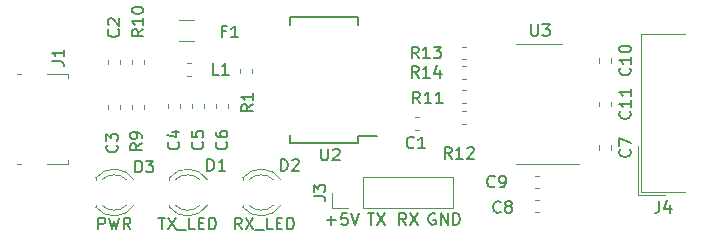
<source format=gbr>
G04 #@! TF.GenerationSoftware,KiCad,Pcbnew,5.1.5+dfsg1-2build2*
G04 #@! TF.CreationDate,2022-03-06T19:54:29+01:00*
G04 #@! TF.ProjectId,yusufitium-USB-RS232,79757375-6669-4746-9975-6d2d5553422d,rev?*
G04 #@! TF.SameCoordinates,Original*
G04 #@! TF.FileFunction,Legend,Top*
G04 #@! TF.FilePolarity,Positive*
%FSLAX46Y46*%
G04 Gerber Fmt 4.6, Leading zero omitted, Abs format (unit mm)*
G04 Created by KiCad (PCBNEW 5.1.5+dfsg1-2build2) date 2022-03-06 19:54:29*
%MOMM*%
%LPD*%
G04 APERTURE LIST*
%ADD10C,0.150000*%
%ADD11C,0.120000*%
G04 APERTURE END LIST*
D10*
X140668238Y-115546380D02*
X140334904Y-115070190D01*
X140096809Y-115546380D02*
X140096809Y-114546380D01*
X140477761Y-114546380D01*
X140573000Y-114594000D01*
X140620619Y-114641619D01*
X140668238Y-114736857D01*
X140668238Y-114879714D01*
X140620619Y-114974952D01*
X140573000Y-115022571D01*
X140477761Y-115070190D01*
X140096809Y-115070190D01*
X141001571Y-114546380D02*
X141668238Y-115546380D01*
X141668238Y-114546380D02*
X141001571Y-115546380D01*
X141811095Y-115641619D02*
X142573000Y-115641619D01*
X143287285Y-115546380D02*
X142811095Y-115546380D01*
X142811095Y-114546380D01*
X143620619Y-115022571D02*
X143953952Y-115022571D01*
X144096809Y-115546380D02*
X143620619Y-115546380D01*
X143620619Y-114546380D01*
X144096809Y-114546380D01*
X144525380Y-115546380D02*
X144525380Y-114546380D01*
X144763476Y-114546380D01*
X144906333Y-114594000D01*
X145001571Y-114689238D01*
X145049190Y-114784476D01*
X145096809Y-114974952D01*
X145096809Y-115117809D01*
X145049190Y-115308285D01*
X145001571Y-115403523D01*
X144906333Y-115498761D01*
X144763476Y-115546380D01*
X144525380Y-115546380D01*
X133596000Y-114546380D02*
X134167428Y-114546380D01*
X133881714Y-115546380D02*
X133881714Y-114546380D01*
X134405523Y-114546380D02*
X135072190Y-115546380D01*
X135072190Y-114546380D02*
X134405523Y-115546380D01*
X135215047Y-115641619D02*
X135976952Y-115641619D01*
X136691238Y-115546380D02*
X136215047Y-115546380D01*
X136215047Y-114546380D01*
X137024571Y-115022571D02*
X137357904Y-115022571D01*
X137500761Y-115546380D02*
X137024571Y-115546380D01*
X137024571Y-114546380D01*
X137500761Y-114546380D01*
X137929333Y-115546380D02*
X137929333Y-114546380D01*
X138167428Y-114546380D01*
X138310285Y-114594000D01*
X138405523Y-114689238D01*
X138453142Y-114784476D01*
X138500761Y-114974952D01*
X138500761Y-115117809D01*
X138453142Y-115308285D01*
X138405523Y-115403523D01*
X138310285Y-115498761D01*
X138167428Y-115546380D01*
X137929333Y-115546380D01*
X128539666Y-115546380D02*
X128539666Y-114546380D01*
X128920619Y-114546380D01*
X129015857Y-114594000D01*
X129063476Y-114641619D01*
X129111095Y-114736857D01*
X129111095Y-114879714D01*
X129063476Y-114974952D01*
X129015857Y-115022571D01*
X128920619Y-115070190D01*
X128539666Y-115070190D01*
X129444428Y-114546380D02*
X129682523Y-115546380D01*
X129873000Y-114832095D01*
X130063476Y-115546380D01*
X130301571Y-114546380D01*
X131253952Y-115546380D02*
X130920619Y-115070190D01*
X130682523Y-115546380D02*
X130682523Y-114546380D01*
X131063476Y-114546380D01*
X131158714Y-114594000D01*
X131206333Y-114641619D01*
X131253952Y-114736857D01*
X131253952Y-114879714D01*
X131206333Y-114974952D01*
X131158714Y-115022571D01*
X131063476Y-115070190D01*
X130682523Y-115070190D01*
X147891285Y-114784428D02*
X148653190Y-114784428D01*
X148272238Y-115165380D02*
X148272238Y-114403476D01*
X149605571Y-114165380D02*
X149129380Y-114165380D01*
X149081761Y-114641571D01*
X149129380Y-114593952D01*
X149224619Y-114546333D01*
X149462714Y-114546333D01*
X149557952Y-114593952D01*
X149605571Y-114641571D01*
X149653190Y-114736809D01*
X149653190Y-114974904D01*
X149605571Y-115070142D01*
X149557952Y-115117761D01*
X149462714Y-115165380D01*
X149224619Y-115165380D01*
X149129380Y-115117761D01*
X149081761Y-115070142D01*
X149938904Y-114165380D02*
X150272238Y-115165380D01*
X150605571Y-114165380D01*
X157051095Y-114213000D02*
X156955857Y-114165380D01*
X156813000Y-114165380D01*
X156670142Y-114213000D01*
X156574904Y-114308238D01*
X156527285Y-114403476D01*
X156479666Y-114593952D01*
X156479666Y-114736809D01*
X156527285Y-114927285D01*
X156574904Y-115022523D01*
X156670142Y-115117761D01*
X156813000Y-115165380D01*
X156908238Y-115165380D01*
X157051095Y-115117761D01*
X157098714Y-115070142D01*
X157098714Y-114736809D01*
X156908238Y-114736809D01*
X157527285Y-115165380D02*
X157527285Y-114165380D01*
X158098714Y-115165380D01*
X158098714Y-114165380D01*
X158574904Y-115165380D02*
X158574904Y-114165380D01*
X158813000Y-114165380D01*
X158955857Y-114213000D01*
X159051095Y-114308238D01*
X159098714Y-114403476D01*
X159146333Y-114593952D01*
X159146333Y-114736809D01*
X159098714Y-114927285D01*
X159051095Y-115022523D01*
X158955857Y-115117761D01*
X158813000Y-115165380D01*
X158574904Y-115165380D01*
X154598333Y-115165380D02*
X154265000Y-114689190D01*
X154026904Y-115165380D02*
X154026904Y-114165380D01*
X154407857Y-114165380D01*
X154503095Y-114213000D01*
X154550714Y-114260619D01*
X154598333Y-114355857D01*
X154598333Y-114498714D01*
X154550714Y-114593952D01*
X154503095Y-114641571D01*
X154407857Y-114689190D01*
X154026904Y-114689190D01*
X154931666Y-114165380D02*
X155598333Y-115165380D01*
X155598333Y-114165380D02*
X154931666Y-115165380D01*
X151336095Y-114165380D02*
X151907523Y-114165380D01*
X151621809Y-115165380D02*
X151621809Y-114165380D01*
X152145619Y-114165380D02*
X152812285Y-115165380D01*
X152812285Y-114165380D02*
X152145619Y-115165380D01*
D11*
X165814000Y-99874000D02*
X163864000Y-99874000D01*
X165814000Y-99874000D02*
X167764000Y-99874000D01*
X165814000Y-109994000D02*
X163864000Y-109994000D01*
X165814000Y-109994000D02*
X169264000Y-109994000D01*
X170892000Y-101422267D02*
X170892000Y-101079733D01*
X171912000Y-101422267D02*
X171912000Y-101079733D01*
X165844267Y-114080000D02*
X165501733Y-114080000D01*
X165844267Y-113060000D02*
X165501733Y-113060000D01*
X171912000Y-105091267D02*
X171912000Y-104748733D01*
X170892000Y-105091267D02*
X170892000Y-104748733D01*
X165515733Y-112048000D02*
X165858267Y-112048000D01*
X165515733Y-111028000D02*
X165858267Y-111028000D01*
X170892000Y-108788267D02*
X170892000Y-108445733D01*
X171912000Y-108788267D02*
X171912000Y-108445733D01*
X158593000Y-113757000D02*
X158593000Y-111097000D01*
X150913000Y-113757000D02*
X158593000Y-113757000D01*
X150913000Y-111097000D02*
X158593000Y-111097000D01*
X150913000Y-113757000D02*
X150913000Y-111097000D01*
X149643000Y-113757000D02*
X148313000Y-113757000D01*
X148313000Y-113757000D02*
X148313000Y-112427000D01*
X125995000Y-110014000D02*
X125995000Y-109634000D01*
X121945000Y-110014000D02*
X121685000Y-110014000D01*
X125995000Y-110014000D02*
X124225000Y-110014000D01*
X125995000Y-102394000D02*
X125995000Y-102774000D01*
X124225000Y-102394000D02*
X125995000Y-102394000D01*
X121685000Y-102394000D02*
X121945000Y-102394000D01*
X155355733Y-107095000D02*
X155698267Y-107095000D01*
X155355733Y-106075000D02*
X155698267Y-106075000D01*
X130383000Y-101549267D02*
X130383000Y-101206733D01*
X129363000Y-101549267D02*
X129363000Y-101206733D01*
X130383000Y-105016733D02*
X130383000Y-105359267D01*
X129363000Y-105016733D02*
X129363000Y-105359267D01*
X134443000Y-104903733D02*
X134443000Y-105246267D01*
X135463000Y-104903733D02*
X135463000Y-105246267D01*
X137495000Y-104903733D02*
X137495000Y-105246267D01*
X136475000Y-104903733D02*
X136475000Y-105246267D01*
X138507000Y-104903733D02*
X138507000Y-105246267D01*
X139527000Y-104903733D02*
X139527000Y-105246267D01*
X137768335Y-111348392D02*
G75*
G03X134536000Y-111191484I-1672335J-1078608D01*
G01*
X137768335Y-113505608D02*
G75*
G02X134536000Y-113662516I-1672335J1078608D01*
G01*
X137137130Y-111347163D02*
G75*
G03X135055039Y-111347000I-1041130J-1079837D01*
G01*
X137137130Y-113506837D02*
G75*
G02X135055039Y-113507000I-1041130J1079837D01*
G01*
X134536000Y-111191000D02*
X134536000Y-111347000D01*
X134536000Y-113507000D02*
X134536000Y-113663000D01*
X140759000Y-113507000D02*
X140759000Y-113663000D01*
X140759000Y-111191000D02*
X140759000Y-111347000D01*
X143360130Y-113506837D02*
G75*
G02X141278039Y-113507000I-1041130J1079837D01*
G01*
X143360130Y-111347163D02*
G75*
G03X141278039Y-111347000I-1041130J-1079837D01*
G01*
X143991335Y-113505608D02*
G75*
G02X140759000Y-113662516I-1672335J1078608D01*
G01*
X143991335Y-111348392D02*
G75*
G03X140759000Y-111191484I-1672335J-1078608D01*
G01*
X131545335Y-111348392D02*
G75*
G03X128313000Y-111191484I-1672335J-1078608D01*
G01*
X131545335Y-113505608D02*
G75*
G02X128313000Y-113662516I-1672335J1078608D01*
G01*
X130914130Y-111347163D02*
G75*
G03X128832039Y-111347000I-1041130J-1079837D01*
G01*
X130914130Y-113506837D02*
G75*
G02X128832039Y-113507000I-1041130J1079837D01*
G01*
X128313000Y-111191000D02*
X128313000Y-111347000D01*
X128313000Y-113507000D02*
X128313000Y-113663000D01*
X136607564Y-99621000D02*
X135403436Y-99621000D01*
X136607564Y-97801000D02*
X135403436Y-97801000D01*
X178224000Y-98972667D02*
X174484000Y-98972667D01*
X174484000Y-98972667D02*
X174484000Y-112419333D01*
X174484000Y-112419333D02*
X178224000Y-112419333D01*
X176484000Y-112659333D02*
X174244000Y-112659333D01*
X174244000Y-112659333D02*
X174244000Y-108466000D01*
X140539000Y-101968733D02*
X140539000Y-102311267D01*
X141559000Y-101968733D02*
X141559000Y-102311267D01*
X132415000Y-105359267D02*
X132415000Y-105016733D01*
X131395000Y-105359267D02*
X131395000Y-105016733D01*
X132415000Y-101220733D02*
X132415000Y-101563267D01*
X131395000Y-101220733D02*
X131395000Y-101563267D01*
X159635267Y-104809000D02*
X159292733Y-104809000D01*
X159635267Y-103789000D02*
X159292733Y-103789000D01*
X159292733Y-105567000D02*
X159635267Y-105567000D01*
X159292733Y-106587000D02*
X159635267Y-106587000D01*
X159635267Y-100106000D02*
X159292733Y-100106000D01*
X159635267Y-101126000D02*
X159292733Y-101126000D01*
X159292733Y-101757000D02*
X159635267Y-101757000D01*
X159292733Y-102777000D02*
X159635267Y-102777000D01*
D10*
X150528000Y-108227000D02*
X150528000Y-107652000D01*
X144778000Y-108227000D02*
X144778000Y-107577000D01*
X144778000Y-97577000D02*
X144778000Y-98227000D01*
X150528000Y-97577000D02*
X150528000Y-98227000D01*
X150528000Y-108227000D02*
X144778000Y-108227000D01*
X150528000Y-97577000D02*
X144778000Y-97577000D01*
X150528000Y-107652000D02*
X152128000Y-107652000D01*
D11*
X136060221Y-101503000D02*
X136385779Y-101503000D01*
X136060221Y-102523000D02*
X136385779Y-102523000D01*
D10*
X165179095Y-98163380D02*
X165179095Y-98972904D01*
X165226714Y-99068142D01*
X165274333Y-99115761D01*
X165369571Y-99163380D01*
X165560047Y-99163380D01*
X165655285Y-99115761D01*
X165702904Y-99068142D01*
X165750523Y-98972904D01*
X165750523Y-98163380D01*
X166131476Y-98163380D02*
X166750523Y-98163380D01*
X166417190Y-98544333D01*
X166560047Y-98544333D01*
X166655285Y-98591952D01*
X166702904Y-98639571D01*
X166750523Y-98734809D01*
X166750523Y-98972904D01*
X166702904Y-99068142D01*
X166655285Y-99115761D01*
X166560047Y-99163380D01*
X166274333Y-99163380D01*
X166179095Y-99115761D01*
X166131476Y-99068142D01*
X173537142Y-101893857D02*
X173584761Y-101941476D01*
X173632380Y-102084333D01*
X173632380Y-102179571D01*
X173584761Y-102322428D01*
X173489523Y-102417666D01*
X173394285Y-102465285D01*
X173203809Y-102512904D01*
X173060952Y-102512904D01*
X172870476Y-102465285D01*
X172775238Y-102417666D01*
X172680000Y-102322428D01*
X172632380Y-102179571D01*
X172632380Y-102084333D01*
X172680000Y-101941476D01*
X172727619Y-101893857D01*
X173632380Y-100941476D02*
X173632380Y-101512904D01*
X173632380Y-101227190D02*
X172632380Y-101227190D01*
X172775238Y-101322428D01*
X172870476Y-101417666D01*
X172918095Y-101512904D01*
X172632380Y-100322428D02*
X172632380Y-100227190D01*
X172680000Y-100131952D01*
X172727619Y-100084333D01*
X172822857Y-100036714D01*
X173013333Y-99989095D01*
X173251428Y-99989095D01*
X173441904Y-100036714D01*
X173537142Y-100084333D01*
X173584761Y-100131952D01*
X173632380Y-100227190D01*
X173632380Y-100322428D01*
X173584761Y-100417666D01*
X173537142Y-100465285D01*
X173441904Y-100512904D01*
X173251428Y-100560523D01*
X173013333Y-100560523D01*
X172822857Y-100512904D01*
X172727619Y-100465285D01*
X172680000Y-100417666D01*
X172632380Y-100322428D01*
X162599333Y-114054142D02*
X162551714Y-114101761D01*
X162408857Y-114149380D01*
X162313619Y-114149380D01*
X162170761Y-114101761D01*
X162075523Y-114006523D01*
X162027904Y-113911285D01*
X161980285Y-113720809D01*
X161980285Y-113577952D01*
X162027904Y-113387476D01*
X162075523Y-113292238D01*
X162170761Y-113197000D01*
X162313619Y-113149380D01*
X162408857Y-113149380D01*
X162551714Y-113197000D01*
X162599333Y-113244619D01*
X163170761Y-113577952D02*
X163075523Y-113530333D01*
X163027904Y-113482714D01*
X162980285Y-113387476D01*
X162980285Y-113339857D01*
X163027904Y-113244619D01*
X163075523Y-113197000D01*
X163170761Y-113149380D01*
X163361238Y-113149380D01*
X163456476Y-113197000D01*
X163504095Y-113244619D01*
X163551714Y-113339857D01*
X163551714Y-113387476D01*
X163504095Y-113482714D01*
X163456476Y-113530333D01*
X163361238Y-113577952D01*
X163170761Y-113577952D01*
X163075523Y-113625571D01*
X163027904Y-113673190D01*
X162980285Y-113768428D01*
X162980285Y-113958904D01*
X163027904Y-114054142D01*
X163075523Y-114101761D01*
X163170761Y-114149380D01*
X163361238Y-114149380D01*
X163456476Y-114101761D01*
X163504095Y-114054142D01*
X163551714Y-113958904D01*
X163551714Y-113768428D01*
X163504095Y-113673190D01*
X163456476Y-113625571D01*
X163361238Y-113577952D01*
X173537142Y-105562857D02*
X173584761Y-105610476D01*
X173632380Y-105753333D01*
X173632380Y-105848571D01*
X173584761Y-105991428D01*
X173489523Y-106086666D01*
X173394285Y-106134285D01*
X173203809Y-106181904D01*
X173060952Y-106181904D01*
X172870476Y-106134285D01*
X172775238Y-106086666D01*
X172680000Y-105991428D01*
X172632380Y-105848571D01*
X172632380Y-105753333D01*
X172680000Y-105610476D01*
X172727619Y-105562857D01*
X173632380Y-104610476D02*
X173632380Y-105181904D01*
X173632380Y-104896190D02*
X172632380Y-104896190D01*
X172775238Y-104991428D01*
X172870476Y-105086666D01*
X172918095Y-105181904D01*
X173632380Y-103658095D02*
X173632380Y-104229523D01*
X173632380Y-103943809D02*
X172632380Y-103943809D01*
X172775238Y-104039047D01*
X172870476Y-104134285D01*
X172918095Y-104229523D01*
X162091333Y-111895142D02*
X162043714Y-111942761D01*
X161900857Y-111990380D01*
X161805619Y-111990380D01*
X161662761Y-111942761D01*
X161567523Y-111847523D01*
X161519904Y-111752285D01*
X161472285Y-111561809D01*
X161472285Y-111418952D01*
X161519904Y-111228476D01*
X161567523Y-111133238D01*
X161662761Y-111038000D01*
X161805619Y-110990380D01*
X161900857Y-110990380D01*
X162043714Y-111038000D01*
X162091333Y-111085619D01*
X162567523Y-111990380D02*
X162758000Y-111990380D01*
X162853238Y-111942761D01*
X162900857Y-111895142D01*
X162996095Y-111752285D01*
X163043714Y-111561809D01*
X163043714Y-111180857D01*
X162996095Y-111085619D01*
X162948476Y-111038000D01*
X162853238Y-110990380D01*
X162662761Y-110990380D01*
X162567523Y-111038000D01*
X162519904Y-111085619D01*
X162472285Y-111180857D01*
X162472285Y-111418952D01*
X162519904Y-111514190D01*
X162567523Y-111561809D01*
X162662761Y-111609428D01*
X162853238Y-111609428D01*
X162948476Y-111561809D01*
X162996095Y-111514190D01*
X163043714Y-111418952D01*
X173537142Y-108783666D02*
X173584761Y-108831285D01*
X173632380Y-108974142D01*
X173632380Y-109069380D01*
X173584761Y-109212238D01*
X173489523Y-109307476D01*
X173394285Y-109355095D01*
X173203809Y-109402714D01*
X173060952Y-109402714D01*
X172870476Y-109355095D01*
X172775238Y-109307476D01*
X172680000Y-109212238D01*
X172632380Y-109069380D01*
X172632380Y-108974142D01*
X172680000Y-108831285D01*
X172727619Y-108783666D01*
X172632380Y-108450333D02*
X172632380Y-107783666D01*
X173632380Y-108212238D01*
X146765380Y-112760333D02*
X147479666Y-112760333D01*
X147622523Y-112807952D01*
X147717761Y-112903190D01*
X147765380Y-113046047D01*
X147765380Y-113141285D01*
X146765380Y-112379380D02*
X146765380Y-111760333D01*
X147146333Y-112093666D01*
X147146333Y-111950809D01*
X147193952Y-111855571D01*
X147241571Y-111807952D01*
X147336809Y-111760333D01*
X147574904Y-111760333D01*
X147670142Y-111807952D01*
X147717761Y-111855571D01*
X147765380Y-111950809D01*
X147765380Y-112236523D01*
X147717761Y-112331761D01*
X147670142Y-112379380D01*
X124604380Y-101330333D02*
X125318666Y-101330333D01*
X125461523Y-101377952D01*
X125556761Y-101473190D01*
X125604380Y-101616047D01*
X125604380Y-101711285D01*
X125604380Y-100330333D02*
X125604380Y-100901761D01*
X125604380Y-100616047D02*
X124604380Y-100616047D01*
X124747238Y-100711285D01*
X124842476Y-100806523D01*
X124890095Y-100901761D01*
X155247333Y-108593142D02*
X155199714Y-108640761D01*
X155056857Y-108688380D01*
X154961619Y-108688380D01*
X154818761Y-108640761D01*
X154723523Y-108545523D01*
X154675904Y-108450285D01*
X154628285Y-108259809D01*
X154628285Y-108116952D01*
X154675904Y-107926476D01*
X154723523Y-107831238D01*
X154818761Y-107736000D01*
X154961619Y-107688380D01*
X155056857Y-107688380D01*
X155199714Y-107736000D01*
X155247333Y-107783619D01*
X156199714Y-108688380D02*
X155628285Y-108688380D01*
X155914000Y-108688380D02*
X155914000Y-107688380D01*
X155818761Y-107831238D01*
X155723523Y-107926476D01*
X155628285Y-107974095D01*
X130230142Y-98623666D02*
X130277761Y-98671285D01*
X130325380Y-98814142D01*
X130325380Y-98909380D01*
X130277761Y-99052238D01*
X130182523Y-99147476D01*
X130087285Y-99195095D01*
X129896809Y-99242714D01*
X129753952Y-99242714D01*
X129563476Y-99195095D01*
X129468238Y-99147476D01*
X129373000Y-99052238D01*
X129325380Y-98909380D01*
X129325380Y-98814142D01*
X129373000Y-98671285D01*
X129420619Y-98623666D01*
X129420619Y-98242714D02*
X129373000Y-98195095D01*
X129325380Y-98099857D01*
X129325380Y-97861761D01*
X129373000Y-97766523D01*
X129420619Y-97718904D01*
X129515857Y-97671285D01*
X129611095Y-97671285D01*
X129753952Y-97718904D01*
X130325380Y-98290333D01*
X130325380Y-97671285D01*
X130103142Y-108402666D02*
X130150761Y-108450285D01*
X130198380Y-108593142D01*
X130198380Y-108688380D01*
X130150761Y-108831238D01*
X130055523Y-108926476D01*
X129960285Y-108974095D01*
X129769809Y-109021714D01*
X129626952Y-109021714D01*
X129436476Y-108974095D01*
X129341238Y-108926476D01*
X129246000Y-108831238D01*
X129198380Y-108688380D01*
X129198380Y-108593142D01*
X129246000Y-108450285D01*
X129293619Y-108402666D01*
X129198380Y-108069333D02*
X129198380Y-107450285D01*
X129579333Y-107783619D01*
X129579333Y-107640761D01*
X129626952Y-107545523D01*
X129674571Y-107497904D01*
X129769809Y-107450285D01*
X130007904Y-107450285D01*
X130103142Y-107497904D01*
X130150761Y-107545523D01*
X130198380Y-107640761D01*
X130198380Y-107926476D01*
X130150761Y-108021714D01*
X130103142Y-108069333D01*
X135310142Y-108148666D02*
X135357761Y-108196285D01*
X135405380Y-108339142D01*
X135405380Y-108434380D01*
X135357761Y-108577238D01*
X135262523Y-108672476D01*
X135167285Y-108720095D01*
X134976809Y-108767714D01*
X134833952Y-108767714D01*
X134643476Y-108720095D01*
X134548238Y-108672476D01*
X134453000Y-108577238D01*
X134405380Y-108434380D01*
X134405380Y-108339142D01*
X134453000Y-108196285D01*
X134500619Y-108148666D01*
X134738714Y-107291523D02*
X135405380Y-107291523D01*
X134357761Y-107529619D02*
X135072047Y-107767714D01*
X135072047Y-107148666D01*
X137342142Y-108148666D02*
X137389761Y-108196285D01*
X137437380Y-108339142D01*
X137437380Y-108434380D01*
X137389761Y-108577238D01*
X137294523Y-108672476D01*
X137199285Y-108720095D01*
X137008809Y-108767714D01*
X136865952Y-108767714D01*
X136675476Y-108720095D01*
X136580238Y-108672476D01*
X136485000Y-108577238D01*
X136437380Y-108434380D01*
X136437380Y-108339142D01*
X136485000Y-108196285D01*
X136532619Y-108148666D01*
X136437380Y-107243904D02*
X136437380Y-107720095D01*
X136913571Y-107767714D01*
X136865952Y-107720095D01*
X136818333Y-107624857D01*
X136818333Y-107386761D01*
X136865952Y-107291523D01*
X136913571Y-107243904D01*
X137008809Y-107196285D01*
X137246904Y-107196285D01*
X137342142Y-107243904D01*
X137389761Y-107291523D01*
X137437380Y-107386761D01*
X137437380Y-107624857D01*
X137389761Y-107720095D01*
X137342142Y-107767714D01*
X139374142Y-108148666D02*
X139421761Y-108196285D01*
X139469380Y-108339142D01*
X139469380Y-108434380D01*
X139421761Y-108577238D01*
X139326523Y-108672476D01*
X139231285Y-108720095D01*
X139040809Y-108767714D01*
X138897952Y-108767714D01*
X138707476Y-108720095D01*
X138612238Y-108672476D01*
X138517000Y-108577238D01*
X138469380Y-108434380D01*
X138469380Y-108339142D01*
X138517000Y-108196285D01*
X138564619Y-108148666D01*
X138469380Y-107291523D02*
X138469380Y-107482000D01*
X138517000Y-107577238D01*
X138564619Y-107624857D01*
X138707476Y-107720095D01*
X138897952Y-107767714D01*
X139278904Y-107767714D01*
X139374142Y-107720095D01*
X139421761Y-107672476D01*
X139469380Y-107577238D01*
X139469380Y-107386761D01*
X139421761Y-107291523D01*
X139374142Y-107243904D01*
X139278904Y-107196285D01*
X139040809Y-107196285D01*
X138945571Y-107243904D01*
X138897952Y-107291523D01*
X138850333Y-107386761D01*
X138850333Y-107577238D01*
X138897952Y-107672476D01*
X138945571Y-107720095D01*
X139040809Y-107767714D01*
X137770904Y-110593380D02*
X137770904Y-109593380D01*
X138009000Y-109593380D01*
X138151857Y-109641000D01*
X138247095Y-109736238D01*
X138294714Y-109831476D01*
X138342333Y-110021952D01*
X138342333Y-110164809D01*
X138294714Y-110355285D01*
X138247095Y-110450523D01*
X138151857Y-110545761D01*
X138009000Y-110593380D01*
X137770904Y-110593380D01*
X139294714Y-110593380D02*
X138723285Y-110593380D01*
X139009000Y-110593380D02*
X139009000Y-109593380D01*
X138913761Y-109736238D01*
X138818523Y-109831476D01*
X138723285Y-109879095D01*
X143993904Y-110593380D02*
X143993904Y-109593380D01*
X144232000Y-109593380D01*
X144374857Y-109641000D01*
X144470095Y-109736238D01*
X144517714Y-109831476D01*
X144565333Y-110021952D01*
X144565333Y-110164809D01*
X144517714Y-110355285D01*
X144470095Y-110450523D01*
X144374857Y-110545761D01*
X144232000Y-110593380D01*
X143993904Y-110593380D01*
X144946285Y-109688619D02*
X144993904Y-109641000D01*
X145089142Y-109593380D01*
X145327238Y-109593380D01*
X145422476Y-109641000D01*
X145470095Y-109688619D01*
X145517714Y-109783857D01*
X145517714Y-109879095D01*
X145470095Y-110021952D01*
X144898666Y-110593380D01*
X145517714Y-110593380D01*
X131674904Y-110720380D02*
X131674904Y-109720380D01*
X131913000Y-109720380D01*
X132055857Y-109768000D01*
X132151095Y-109863238D01*
X132198714Y-109958476D01*
X132246333Y-110148952D01*
X132246333Y-110291809D01*
X132198714Y-110482285D01*
X132151095Y-110577523D01*
X132055857Y-110672761D01*
X131913000Y-110720380D01*
X131674904Y-110720380D01*
X132579666Y-109720380D02*
X133198714Y-109720380D01*
X132865380Y-110101333D01*
X133008238Y-110101333D01*
X133103476Y-110148952D01*
X133151095Y-110196571D01*
X133198714Y-110291809D01*
X133198714Y-110529904D01*
X133151095Y-110625142D01*
X133103476Y-110672761D01*
X133008238Y-110720380D01*
X132722523Y-110720380D01*
X132627285Y-110672761D01*
X132579666Y-110625142D01*
X139318666Y-98766571D02*
X138985333Y-98766571D01*
X138985333Y-99290380D02*
X138985333Y-98290380D01*
X139461523Y-98290380D01*
X140366285Y-99290380D02*
X139794857Y-99290380D01*
X140080571Y-99290380D02*
X140080571Y-98290380D01*
X139985333Y-98433238D01*
X139890095Y-98528476D01*
X139794857Y-98576095D01*
X176021666Y-113149380D02*
X176021666Y-113863666D01*
X175974047Y-114006523D01*
X175878809Y-114101761D01*
X175735952Y-114149380D01*
X175640714Y-114149380D01*
X176926428Y-113482714D02*
X176926428Y-114149380D01*
X176688333Y-113101761D02*
X176450238Y-113816047D01*
X177069285Y-113816047D01*
X141628380Y-104973666D02*
X141152190Y-105307000D01*
X141628380Y-105545095D02*
X140628380Y-105545095D01*
X140628380Y-105164142D01*
X140676000Y-105068904D01*
X140723619Y-105021285D01*
X140818857Y-104973666D01*
X140961714Y-104973666D01*
X141056952Y-105021285D01*
X141104571Y-105068904D01*
X141152190Y-105164142D01*
X141152190Y-105545095D01*
X141628380Y-104021285D02*
X141628380Y-104592714D01*
X141628380Y-104307000D02*
X140628380Y-104307000D01*
X140771238Y-104402238D01*
X140866476Y-104497476D01*
X140914095Y-104592714D01*
X132230380Y-108275666D02*
X131754190Y-108609000D01*
X132230380Y-108847095D02*
X131230380Y-108847095D01*
X131230380Y-108466142D01*
X131278000Y-108370904D01*
X131325619Y-108323285D01*
X131420857Y-108275666D01*
X131563714Y-108275666D01*
X131658952Y-108323285D01*
X131706571Y-108370904D01*
X131754190Y-108466142D01*
X131754190Y-108847095D01*
X132230380Y-107799476D02*
X132230380Y-107609000D01*
X132182761Y-107513761D01*
X132135142Y-107466142D01*
X131992285Y-107370904D01*
X131801809Y-107323285D01*
X131420857Y-107323285D01*
X131325619Y-107370904D01*
X131278000Y-107418523D01*
X131230380Y-107513761D01*
X131230380Y-107704238D01*
X131278000Y-107799476D01*
X131325619Y-107847095D01*
X131420857Y-107894714D01*
X131658952Y-107894714D01*
X131754190Y-107847095D01*
X131801809Y-107799476D01*
X131849428Y-107704238D01*
X131849428Y-107513761D01*
X131801809Y-107418523D01*
X131754190Y-107370904D01*
X131658952Y-107323285D01*
X132357380Y-98605857D02*
X131881190Y-98939190D01*
X132357380Y-99177285D02*
X131357380Y-99177285D01*
X131357380Y-98796333D01*
X131405000Y-98701095D01*
X131452619Y-98653476D01*
X131547857Y-98605857D01*
X131690714Y-98605857D01*
X131785952Y-98653476D01*
X131833571Y-98701095D01*
X131881190Y-98796333D01*
X131881190Y-99177285D01*
X132357380Y-97653476D02*
X132357380Y-98224904D01*
X132357380Y-97939190D02*
X131357380Y-97939190D01*
X131500238Y-98034428D01*
X131595476Y-98129666D01*
X131643095Y-98224904D01*
X131357380Y-97034428D02*
X131357380Y-96939190D01*
X131405000Y-96843952D01*
X131452619Y-96796333D01*
X131547857Y-96748714D01*
X131738333Y-96701095D01*
X131976428Y-96701095D01*
X132166904Y-96748714D01*
X132262142Y-96796333D01*
X132309761Y-96843952D01*
X132357380Y-96939190D01*
X132357380Y-97034428D01*
X132309761Y-97129666D01*
X132262142Y-97177285D01*
X132166904Y-97224904D01*
X131976428Y-97272523D01*
X131738333Y-97272523D01*
X131547857Y-97224904D01*
X131452619Y-97177285D01*
X131405000Y-97129666D01*
X131357380Y-97034428D01*
X155773142Y-104878380D02*
X155439809Y-104402190D01*
X155201714Y-104878380D02*
X155201714Y-103878380D01*
X155582666Y-103878380D01*
X155677904Y-103926000D01*
X155725523Y-103973619D01*
X155773142Y-104068857D01*
X155773142Y-104211714D01*
X155725523Y-104306952D01*
X155677904Y-104354571D01*
X155582666Y-104402190D01*
X155201714Y-104402190D01*
X156725523Y-104878380D02*
X156154095Y-104878380D01*
X156439809Y-104878380D02*
X156439809Y-103878380D01*
X156344571Y-104021238D01*
X156249333Y-104116476D01*
X156154095Y-104164095D01*
X157677904Y-104878380D02*
X157106476Y-104878380D01*
X157392190Y-104878380D02*
X157392190Y-103878380D01*
X157296952Y-104021238D01*
X157201714Y-104116476D01*
X157106476Y-104164095D01*
X158440142Y-109577380D02*
X158106809Y-109101190D01*
X157868714Y-109577380D02*
X157868714Y-108577380D01*
X158249666Y-108577380D01*
X158344904Y-108625000D01*
X158392523Y-108672619D01*
X158440142Y-108767857D01*
X158440142Y-108910714D01*
X158392523Y-109005952D01*
X158344904Y-109053571D01*
X158249666Y-109101190D01*
X157868714Y-109101190D01*
X159392523Y-109577380D02*
X158821095Y-109577380D01*
X159106809Y-109577380D02*
X159106809Y-108577380D01*
X159011571Y-108720238D01*
X158916333Y-108815476D01*
X158821095Y-108863095D01*
X159773476Y-108672619D02*
X159821095Y-108625000D01*
X159916333Y-108577380D01*
X160154428Y-108577380D01*
X160249666Y-108625000D01*
X160297285Y-108672619D01*
X160344904Y-108767857D01*
X160344904Y-108863095D01*
X160297285Y-109005952D01*
X159725857Y-109577380D01*
X160344904Y-109577380D01*
X155646142Y-101068380D02*
X155312809Y-100592190D01*
X155074714Y-101068380D02*
X155074714Y-100068380D01*
X155455666Y-100068380D01*
X155550904Y-100116000D01*
X155598523Y-100163619D01*
X155646142Y-100258857D01*
X155646142Y-100401714D01*
X155598523Y-100496952D01*
X155550904Y-100544571D01*
X155455666Y-100592190D01*
X155074714Y-100592190D01*
X156598523Y-101068380D02*
X156027095Y-101068380D01*
X156312809Y-101068380D02*
X156312809Y-100068380D01*
X156217571Y-100211238D01*
X156122333Y-100306476D01*
X156027095Y-100354095D01*
X156931857Y-100068380D02*
X157550904Y-100068380D01*
X157217571Y-100449333D01*
X157360428Y-100449333D01*
X157455666Y-100496952D01*
X157503285Y-100544571D01*
X157550904Y-100639809D01*
X157550904Y-100877904D01*
X157503285Y-100973142D01*
X157455666Y-101020761D01*
X157360428Y-101068380D01*
X157074714Y-101068380D01*
X156979476Y-101020761D01*
X156931857Y-100973142D01*
X155646142Y-102719380D02*
X155312809Y-102243190D01*
X155074714Y-102719380D02*
X155074714Y-101719380D01*
X155455666Y-101719380D01*
X155550904Y-101767000D01*
X155598523Y-101814619D01*
X155646142Y-101909857D01*
X155646142Y-102052714D01*
X155598523Y-102147952D01*
X155550904Y-102195571D01*
X155455666Y-102243190D01*
X155074714Y-102243190D01*
X156598523Y-102719380D02*
X156027095Y-102719380D01*
X156312809Y-102719380D02*
X156312809Y-101719380D01*
X156217571Y-101862238D01*
X156122333Y-101957476D01*
X156027095Y-102005095D01*
X157455666Y-102052714D02*
X157455666Y-102719380D01*
X157217571Y-101671761D02*
X156979476Y-102386047D01*
X157598523Y-102386047D01*
X147399095Y-108704380D02*
X147399095Y-109513904D01*
X147446714Y-109609142D01*
X147494333Y-109656761D01*
X147589571Y-109704380D01*
X147780047Y-109704380D01*
X147875285Y-109656761D01*
X147922904Y-109609142D01*
X147970523Y-109513904D01*
X147970523Y-108704380D01*
X148399095Y-108799619D02*
X148446714Y-108752000D01*
X148541952Y-108704380D01*
X148780047Y-108704380D01*
X148875285Y-108752000D01*
X148922904Y-108799619D01*
X148970523Y-108894857D01*
X148970523Y-108990095D01*
X148922904Y-109132952D01*
X148351476Y-109704380D01*
X148970523Y-109704380D01*
X138723333Y-102465380D02*
X138247142Y-102465380D01*
X138247142Y-101465380D01*
X139580476Y-102465380D02*
X139009047Y-102465380D01*
X139294761Y-102465380D02*
X139294761Y-101465380D01*
X139199523Y-101608238D01*
X139104285Y-101703476D01*
X139009047Y-101751095D01*
M02*

</source>
